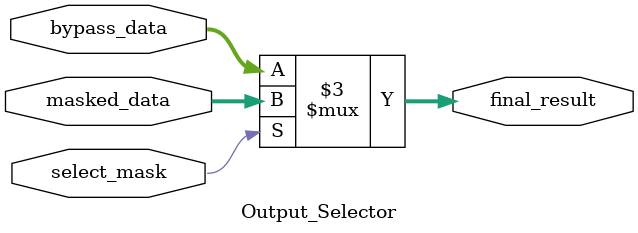
<source format=sv>
module Masked_XNOR (
    input        en_mask,
    input  [3:0] mask, data,
    output [3:0] res
);
    wire [3:0] masked_result;
    wire [3:0] bypass_result;
    
    // 子模块实例化
    XNOR_Operation xnor_op (
        .mask_data(mask),
        .input_data(data),
        .xnor_result(masked_result)
    );
    
    Bypass_Logic bypass_logic (
        .data_in(data),
        .data_out(bypass_result)
    );
    
    Output_Selector output_sel (
        .select_mask(en_mask),
        .masked_data(masked_result),
        .bypass_data(bypass_result),
        .final_result(res)
    );
    
endmodule

// XNOR操作子模块
module XNOR_Operation (
    input  [3:0] mask_data,
    input  [3:0] input_data,
    output [3:0] xnor_result
);
    assign xnor_result = ~(input_data ^ mask_data);
endmodule

// 数据直通子模块
module Bypass_Logic (
    input  [3:0] data_in,
    output [3:0] data_out
);
    assign data_out = data_in;
endmodule

// 输出选择器子模块
module Output_Selector (
    input        select_mask,
    input  [3:0] masked_data,
    input  [3:0] bypass_data,
    output reg [3:0] final_result
);
    // 将条件运算符(? :)转换为if-else结构
    always @(*) begin
        if (select_mask) begin
            final_result = masked_data;
        end else begin
            final_result = bypass_data;
        end
    end
endmodule
</source>
